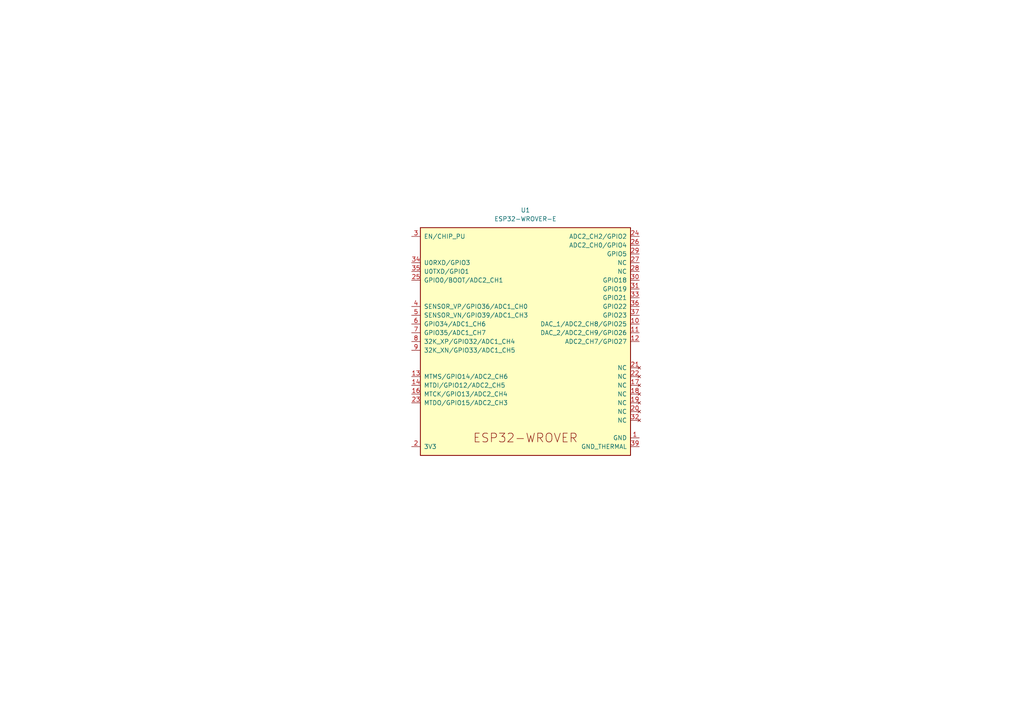
<source format=kicad_sch>
(kicad_sch (version 20250114) (generator "eeschema") (generator_version "9.0")
  (paper "A4")
  (lib_symbols
    (symbol "Espressif:ESP32-WROVER-E" (pin_names (offset 1.016))
      (property "Reference" "U" (at -30.48 38.1 0))
      (property "Value" "ESP32-WROVER-E" (at -30.48 35.56 0))
      (symbol "ESP32-WROVER-E_0_1"
        (rectangle (start -30.48 33.02) (end 30.48 -33.02) (stroke (width 0.254)) (fill (type background)))
      )
      (symbol "ESP32-WROVER-E_1_1"
        (text "ESP32-­WROVER" (at 0 -27.94 0) (effects (font (size 2.54 2.54))))
        (pin input line (at -33.02 30.48 0) (length 2.54) (name "EN/CHIP_PU") (number "3"))
        (pin bidirectional line (at -33.02 22.86 0) (length 2.54) (name "U0RXD/GPIO3") (number "34"))
        (pin bidirectional line (at -33.02 20.32 0) (length 2.54) (name "U0TXD/GPIO1") (number "35"))
        (pin bidirectional line (at -33.02 17.78 0) (length 2.54) (name "GPIO0/BOOT/ADC2_CH1") (number "25"))
        (pin input line (at -33.02 10.16 0) (length 2.54) (name "SENSOR_VP/GPIO36/ADC1_CH0") (number "4"))
        (pin input line (at -33.02 7.62 0) (length 2.54) (name "SENSOR_VN/GPIO39/ADC1_CH3") (number "5"))
        (pin input line (at -33.02 5.08 0) (length 2.54) (name "GPIO34/ADC1_CH6") (number "6"))
        (pin input line (at -33.02 2.54 0) (length 2.54) (name "GPIO35/ADC1_CH7") (number "7"))
        (pin bidirectional line (at -33.02 0 0) (length 2.54) (name "32K_XP/GPIO32/ADC1_CH4") (number "8"))
        (pin bidirectional line (at -33.02 -2.54 0) (length 2.54) (name "32K_XN/GPIO33/ADC1_CH5") (number "9"))
        (pin bidirectional line (at -33.02 -10.16 0) (length 2.54) (name "MTMS/GPIO14/ADC2_CH6") (number "13"))
        (pin bidirectional line (at -33.02 -12.7 0) (length 2.54) (name "MTDI/GPIO12/ADC2_CH5") (number "14"))
        (pin bidirectional line (at -33.02 -15.24 0) (length 2.54) (name "MTCK/GPIO13/ADC2_CH4") (number "16"))
        (pin bidirectional line (at -33.02 -17.78 0) (length 2.54) (name "MTDO/GPIO15/ADC2_CH3") (number "23"))
        (pin power_in line (at -33.02 -30.48 0) (length 2.54) (name "3V3") (number "2"))
        (pin bidirectional line (at 33.02 30.48 180) (length 2.54) (name "ADC2_CH2/GPIO2") (number "24"))
        (pin bidirectional line (at 33.02 27.94 180) (length 2.54) (name "ADC2_CH0/GPIO4") (number "26"))
        (pin bidirectional line (at 33.02 25.4 180) (length 2.54) (name "GPIO5") (number "29"))
        (pin bidirectional line (at 33.02 22.86 180) (length 2.54) (name "NC") (number "27"))
        (pin bidirectional line (at 33.02 20.32 180) (length 2.54) (name "NC") (number "28"))
        (pin bidirectional line (at 33.02 17.78 180) (length 2.54) (name "GPIO18") (number "30"))
        (pin bidirectional line (at 33.02 15.24 180) (length 2.54) (name "GPIO19") (number "31"))
        (pin bidirectional line (at 33.02 12.7 180) (length 2.54) (name "GPIO21") (number "33"))
        (pin bidirectional line (at 33.02 10.16 180) (length 2.54) (name "GPIO22") (number "36"))
        (pin bidirectional line (at 33.02 7.62 180) (length 2.54) (name "GPIO23") (number "37"))
        (pin bidirectional line (at 33.02 5.08 180) (length 2.54) (name "DAC_1/ADC2_CH8/GPIO25") (number "10"))
        (pin bidirectional line (at 33.02 2.54 180) (length 2.54) (name "DAC_2/ADC2_CH9/GPIO26") (number "11"))
        (pin bidirectional line (at 33.02 0 180) (length 2.54) (name "ADC2_CH7/GPIO27") (number "12"))
        (pin no_connect line (at 33.02 -7.62 180) (length 2.54) (name "NC") (number "21"))
        (pin no_connect line (at 33.02 -10.16 180) (length 2.54) (name "NC") (number "22"))
        (pin no_connect line (at 33.02 -12.7 180) (length 2.54) (name "NC") (number "17"))
        (pin no_connect line (at 33.02 -15.24 180) (length 2.54) (name "NC") (number "18"))
        (pin no_connect line (at 33.02 -17.78 180) (length 2.54) (name "NC") (number "19"))
        (pin no_connect line (at 33.02 -20.32 180) (length 2.54) (name "NC") (number "20"))
        (pin no_connect line (at 33.02 -22.86 180) (length 2.54) (name "NC") (number "32"))
        (pin power_in line (at 33.02 -27.94 180) (length 2.54) (name "GND") (number "1"))
        (pin passive line (at 33.02 -27.94 180) (length 2.54) (hide yes) (name "GND") (number "15"))
        (pin passive line (at 33.02 -27.94 180) (length 2.54) (hide yes) (name "GND") (number "38"))
        (pin power_in line (at 33.02 -30.48 180) (length 2.54) (name "GND_THERMAL") (number "39"))
      )
    )
  )
  (symbol (lib_id "Espressif:ESP32-WROVER-E") (at 152.4 99.06 0) (unit 1)
    (property "Reference" "U1" (at 152.4 60.96 0))
    (property "Value" "ESP32-WROVER-E" (at 152.4 63.5 0))
    (property "Footprint" "Espressif:ESP32-WROVER-E" (effects (hide yes)))
    (property "Datasheet" "https://www.espressif.com/sites/default/files/documentation/esp32-wrover-e_esp32-wrover-ie_datasheet_en.pdf" (effects (hide yes)))
  )
)
</source>
